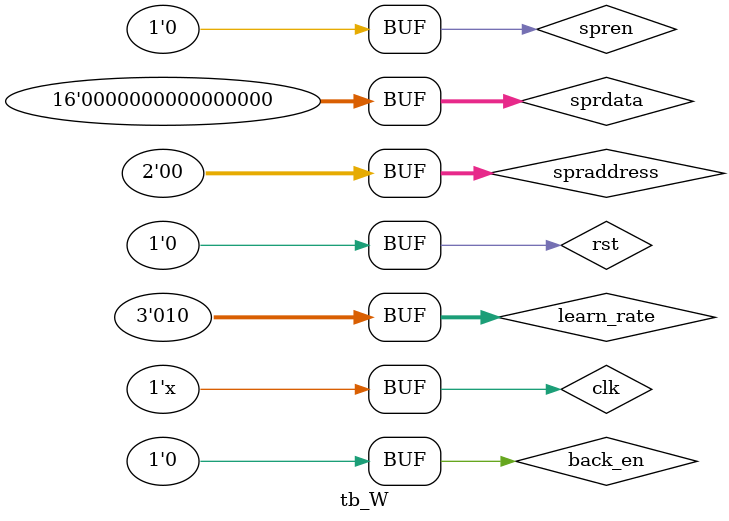
<source format=v>
`timescale 1 ps / 1 ps
module tb_W();
  wire	    [19:0]		SRAM_ADDR;
	wire		          		SRAM_CE_N;
	wire 		    [15:0]		SRAM_DQ;
	wire		          		SRAM_LB_N;
	wire		          		SRAM_OE_N;
	wire		          		SRAM_UB_N;
	wire		          		SRAM_WE_N;

  wire [7:0] data;
  wire [7:0] wraddress;
  wire wren;
  reg [15:0] sprdata;
  reg [1:0] spraddress;
  reg spren;
  reg [2:0]learn_rate;
  reg back_en;
  wire [23:0] cost;
  wire status, request_in;
  wire [15:0] q0,q1,q2;
  reg rst,clk;
  
  NN_Core NNC(
    .data({1'b0,data,7'b0}),
    .wraddress(wraddress),
    .wren(wren),
    .sprdata(sprdata),
    .spraddress(spraddress),
    .spren(spren),
    .learn_rate(learn_rate),
    .back_en(back_en),
    .status(status),
    .request_in(request_in),
    .q0(q0),.q1(q1),.q2(q2),
    .cost(cost),
    .rst(rst),
    .clk(clk));
  
  slidingwindow SlideIn(
    .count(wraddress),
    .data(data),
    .write_out(wren),
    .clk(clk),
    .rst(rst),
    .request_in(request_in));
  
   sraminterface sram_interface(
		.SRAM_DQ(SRAM_DQ),       // external_interface.DQ
		.SRAM_ADDR(SRAM_ADDR),     //                   .ADDR
		.SRAM_LB_N(SRAM_LB_N),     //                   .LB_N
		.SRAM_UB_N(SRAM_UB_N),     //                   .UB_N
		.SRAM_CE_N(SRAM_CE_N),     //                   .CE_N
		.SRAM_OE_N(SRAM_OE_N),     //                   .OE_N
		.SRAM_WE_N(SRAM_WE_N),     //                   .WE_N
    .R(q0[14:7]),.G(q1[14:7]),.B(q2[14:7]),
    .rst(rst), .clk(clk), .write(status));
    
  
  initial begin
  sprdata = 16'd0;
  spraddress = 2'b0;
  spren = 1'b0;
  learn_rate = 3'd2;
  back_en = 1'b0;  
  rst = 1'b0;
  clk = 1'b0;
  #300 rst = 1'b1;
  #100 rst = 1'b0;
  end
  
  always #50 clk = !clk;
endmodule
</source>
